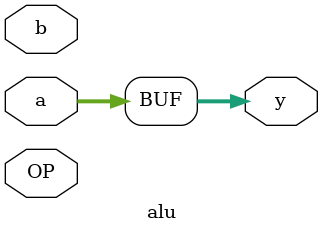
<source format=sv>
module alu #(parameter XLEN = 32)(input logic [3:0] OP, input logic [XLEN-1:0] a, b, output logic [XLEN-1:0] y);
	always_comb	begin
		y = a;
	end
endmodule

</source>
